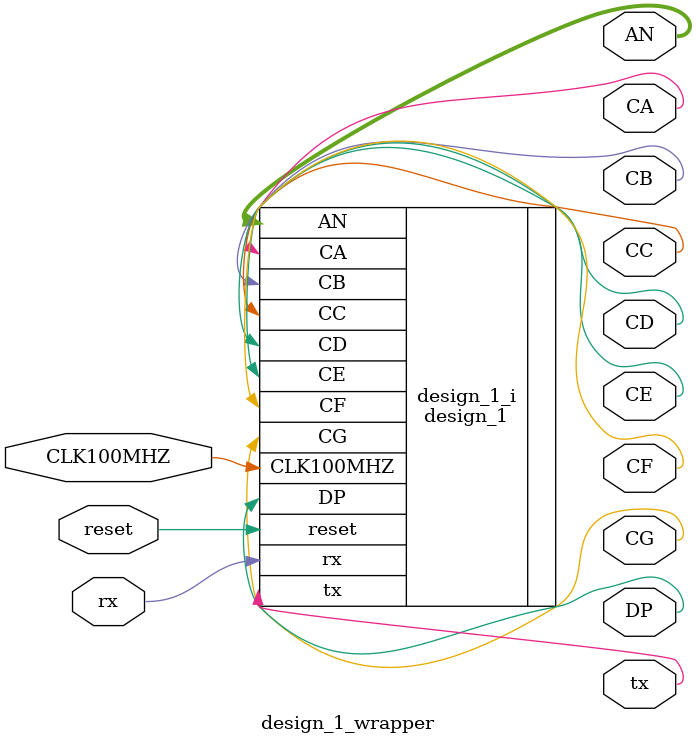
<source format=v>
`timescale 1 ps / 1 ps

module design_1_wrapper
   (AN,
    CA,
    CB,
    CC,
    CD,
    CE,
    CF,
    CG,
    CLK100MHZ,
    DP,
    reset,
    rx,
    tx);
  output [7:0]AN;
  output CA;
  output CB;
  output CC;
  output CD;
  output CE;
  output CF;
  output CG;
  input CLK100MHZ;
  output DP;
  input reset;
  input rx;
  output tx;

  wire [7:0]AN;
  wire CA;
  wire CB;
  wire CC;
  wire CD;
  wire CE;
  wire CF;
  wire CG;
  wire CLK100MHZ;
  wire DP;
  wire reset;
  wire rx;
  wire tx;

  design_1 design_1_i
       (.AN(AN),
        .CA(CA),
        .CB(CB),
        .CC(CC),
        .CD(CD),
        .CE(CE),
        .CF(CF),
        .CG(CG),
        .CLK100MHZ(CLK100MHZ),
        .DP(DP),
        .reset(reset),
        .rx(rx),
        .tx(tx));
endmodule

</source>
